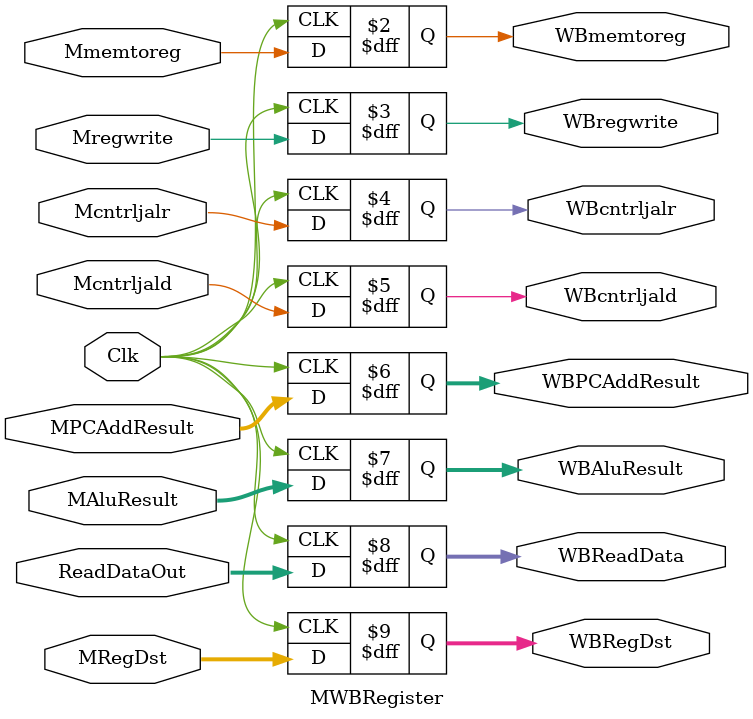
<source format=v>
`timescale 1ns / 1ps

//5 Stage Pipeline with Branch/Jumps resolved in the Memory stage

// Create Date: 08/29/2023 09:11:03 AM
// Design Name: 
// Module Name: top
// Project Name: 
// Target Devices: 
// Tool Versions: 
// Description: 
// 
// Dependencies: 
// 
// Revision:
// Revision 0.01 - File Created
// Additional Comments:
//////////////////////////////////////////////////////////////////////////////////


module MWBRegister(Clk, Mmemtoreg, Mregwrite, Mcntrljalr, Mcntrljald, MPCAddResult, MAluResult, ReadDataOut, MRegDst, WBmemtoreg, WBregwrite, WBcntrljalr,
WBcntrljald, WBPCAddResult, WBAluResult, WBReadData, WBRegDst);

input Clk;
input Mmemtoreg, Mregwrite, Mcntrljalr, Mcntrljald;
input [31:0] MPCAddResult;
input [31:0] MAluResult;
input [31:0] ReadDataOut;
input [4:0] MRegDst;

output reg WBmemtoreg, WBregwrite, WBcntrljalr, WBcntrljald;
output reg [31:0] WBPCAddResult;
output reg [31:0] WBAluResult;
output reg [31:0] WBReadData;
output reg [4:0] WBRegDst;

always @ (posedge Clk) begin 

WBmemtoreg = Mmemtoreg;
WBregwrite = Mregwrite;
WBcntrljalr = Mcntrljalr;
WBcntrljald = Mcntrljald;
WBPCAddResult = MPCAddResult;
WBAluResult = MAluResult;
WBReadData = ReadDataOut;
WBRegDst = MRegDst;

end


endmodule

</source>
